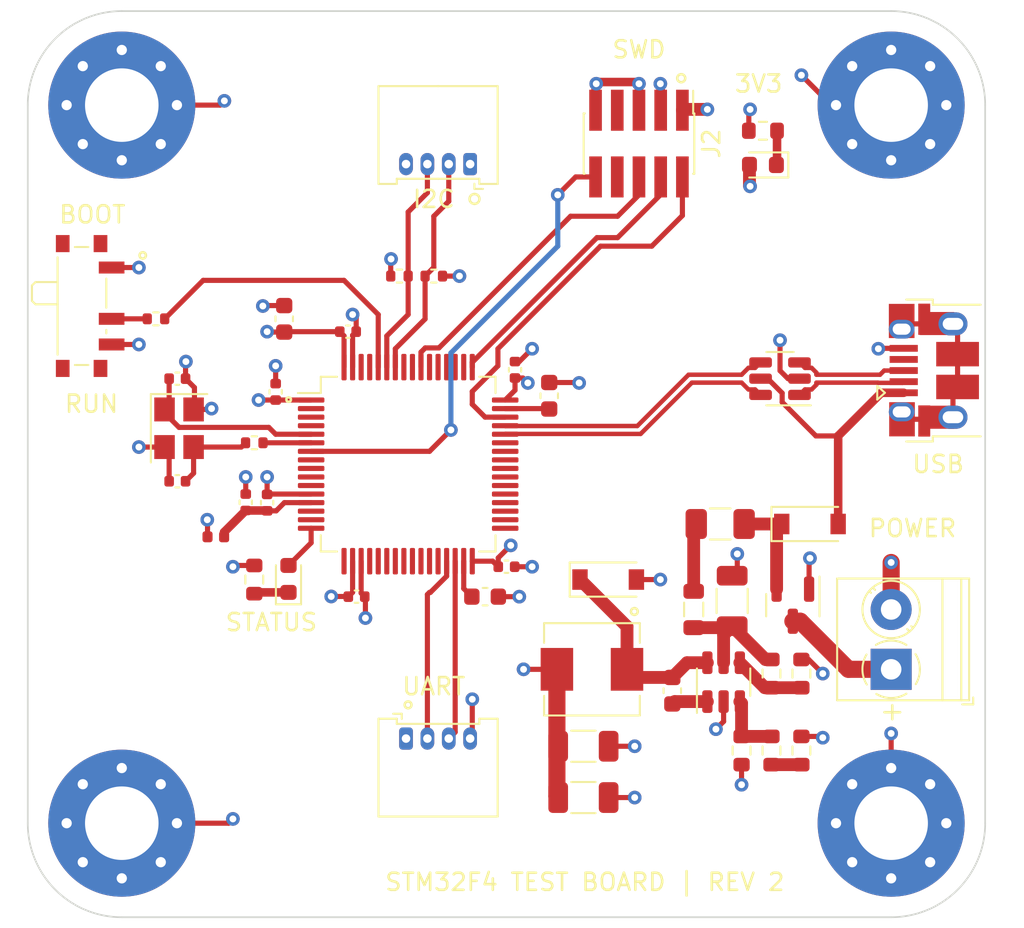
<source format=kicad_pcb>
(kicad_pcb (version 20211014) (generator pcbnew)
  (layers (0 "F.Cu" signal) (1 "In1.Cu" power) (2 "In2.Cu" power) (31 "B.Cu" signal) (34 "B.Paste" user) (35 "F.Paste" user) (36 "B.SilkS" user "B.Silkscreen") (37 "F.SilkS" user "F.Silkscreen") (38 "B.Mask" user) (39 "F.Mask" user) (44 "Edge.Cuts" user))
  (net 0 "")
  (net 1 "+12V")
  (net 2 "Net-(C16-Pad1)")
  (net 3 "Net-(D4-Pad1)")
  (net 4 "Net-(D3-Pad1)")
  (net 5 "Net-(R4-Pad2)")
  (net 6 "BUCK_FB")
  (net 7 "+3.3V")
  (net 8 "BUCK_EN")
  (net 9 "BUCK_IN")
  (net 10 "I2C1_SCL")
  (net 11 "I2C1_SDA")
  (net 12 "HSE_OUT")
  (net 13 "Net-(F1-Pad2)")
  (net 14 "BOOT0")
  (net 15 "Net-(R7-Pad2)")
  (net 16 "USB_CONN_D+")
  (net 17 "USB_D+")
  (net 18 "+5V")
  (net 19 "USB_D-")
  (net 20 "BUCK_BST")
  (net 21 "BUCK_SW")
  (net 25 "HSE_IN")
  (net 26 "NRST")
  (net 31 "+3.3VA")
  (net 34 "LED_STATUS")
  (net 45 "USART3_TX")
  (net 46 "USART3_RX")
  (net 47 "Net-(C13-Pad1)")
  (net 59 "SWDIO")
  (net 60 "Net-(C14-Pad1)")
  (net 61 "SWCLK")
  (net 67 "SWO")
  (net 73 "unconnected-(J5-Pad6)")
  (net 76 "GND")
  (net 77 "Net-(D1-Pad1)")
  (net 78 "USB_CONN_D-")
  (footprint "MountingHole:MountingHole_4.3mm_M4_Pad_Via" (layer "F.Cu") (at 115.25 104)
    (fp_text reference "H2")
    (fp_text value "MountingHole_Pad")
  )
  (footprint "Package_TO_SOT_SMD:SOT-23" (layer "F.Cu") (at 109.5 91.25 -90)
    (fp_text reference "Q1")
    (fp_text value "AO3401A")
  )
  (footprint "Diode_SMD:D_SOD-123" (layer "F.Cu") (at 98.7 89.75)
    (fp_text reference "D2")
    (fp_text value "B5819W")
  )
  (footprint "Resistor_SMD:R_0402_1005Metric" (layer "F.Cu") (at 78 81.75 180)
    (fp_text reference "R8")
    (fp_text value "47")
  )
  (footprint "Connector_Molex:Molex_PicoBlade_53048-0410_1x04_P1.25mm_Horizontal" (layer "F.Cu") (at 90.625 65.45 180)
    (fp_text reference "J3")
    (fp_text value "Conn_01x04")
  )
  (footprint "Connector_USB:USB_Micro-B_Amphenol_10103594-0001LF_Horizontal" (layer "F.Cu") (at 117.75 77.5 90)
    (fp_text reference "J5")
    (fp_text value "USB_B_Micro")
  )
  (footprint "Diode_SMD:D_0603_1608Metric" (layer "F.Cu") (at 107.75 65.5 180)
    (fp_text reference "D3")
    (fp_text value "RED")
  )
  (footprint "Capacitor_SMD:C_0402_1005Metric" (layer "F.Cu") (at 78.75 85.25 90)
    (fp_text reference "C12")
    (fp_text value "10n")
  )
  (footprint "Resistor_SMD:R_0603_1608Metric" (layer "F.Cu") (at 107.75 63.5 180)
    (fp_text reference "R6")
    (fp_text value "1k")
  )
  (footprint "Resistor_SMD:R_0603_1608Metric" (layer "F.Cu") (at 110 99.75 90)
    (fp_text reference "R5")
    (fp_text value "270")
  )
  (footprint "Resistor_SMD:R_0402_1005Metric" (layer "F.Cu") (at 72.25 74.5 180)
    (fp_text reference "R7")
    (fp_text value "10K")
  )
  (footprint "Resistor_SMD:R_0402_1005Metric" (layer "F.Cu") (at 86.49 72)
    (fp_text reference "R11")
    (fp_text value "2k2")
  )
  (footprint "Capacitor_SMD:C_0402_1005Metric" (layer "F.Cu") (at 92.75 89)
    (fp_text reference "C8")
    (fp_text value "100n")
  )
  (footprint "MountingHole:MountingHole_4.3mm_M4_Pad_Via" (layer "F.Cu") (at 70.25 62)
    (fp_text reference "H3")
    (fp_text value "MountingHole_Pad")
  )
  (footprint "Capacitor_SMD:C_0402_1005Metric" (layer "F.Cu") (at 83.48 75.25)
    (fp_text reference "C10")
    (fp_text value "100n")
  )
  (footprint "Diode_SMD:D_SOD-123" (layer "F.Cu") (at 110.5 86.5)
    (fp_text reference "D1")
    (fp_text value "B5819W")
  )
  (footprint "Package_TO_SOT_SMD:SOT-23-6" (layer "F.Cu") (at 108.75 78 180)
    (fp_text reference "U3")
    (fp_text value "USBLC6-2SC6")
  )
  (footprint "Button_Switch_SMD:SW_SPDT_PCM12" (layer "F.Cu") (at 68.225 73.75 -90)
    (fp_text reference "SW1")
    (fp_text value "SW_SPDT")
  )
  (footprint "Capacitor_SMD:C_0603_1608Metric" (layer "F.Cu") (at 79.75 74.5 90)
    (fp_text reference "C5")
    (fp_text value "4u7")
  )
  (footprint "Capacitor_SMD:C_0603_1608Metric" (layer "F.Cu") (at 91.5 90.75)
    (fp_text reference "C13")
    (fp_text value "2u2")
  )
  (footprint "Connector_Molex:Molex_PicoBlade_53048-0410_1x04_P1.25mm_Horizontal" (layer "F.Cu") (at 86.875 99.05)
    (fp_text reference "J4")
    (fp_text value "Conn_01x04")
  )
  (footprint "Fuse:Fuse_1206_3216Metric" (layer "F.Cu") (at 105.25 86.5 180)
    (fp_text reference "F1")
    (fp_text value "250Ma")
  )
  (footprint "Diode_SMD:D_0603_1608Metric" (layer "F.Cu") (at 80 89.7125 90)
    (fp_text reference "D4")
    (fp_text value "BLUE")
  )
  (footprint "Crystal:Crystal_SMD_3225-4Pin_3.2x2.5mm" (layer "F.Cu") (at 73.6 80.9 -90)
    (fp_text reference "Y1")
    (fp_text value "16Mhz")
  )
  (footprint "TerminalBlock_Phoenix:TerminalBlock_Phoenix_PT-1,5-2-3.5-H_1x02_P3.50mm_Horizontal" (layer "F.Cu") (at 115.25 95 90)
    (fp_text reference "J1")
    (fp_text value "Screw_Terminal_01x02")
  )
  (footprint "Capacitor_SMD:C_0402_1005Metric" (layer "F.Cu") (at 83.98 90.75 180)
    (fp_text reference "C7")
    (fp_text value "100n")
  )
  (footprint "Resistor_SMD:R_0603_1608Metric" (layer "F.Cu") (at 110 95.25 90)
    (fp_text reference "R2")
    (fp_text value "68k")
  )
  (footprint "Resistor_SMD:R_0402_1005Metric" (layer "F.Cu") (at 88.5 72 180)
    (fp_text reference "R10")
    (fp_text value "2k2")
  )
  (footprint "Capacitor_SMD:C_0603_1608Metric" (layer "F.Cu") (at 95.25 79 90)
    (fp_text reference "C14")
    (fp_text value "2u2")
  )
  (footprint "Inductor_SMD:L_Sunlord_MWSA0518_5.4x5.2mm" (layer "F.Cu") (at 97.75 95 180)
    (fp_text reference "L1")
    (fp_text value "10u")
  )
  (footprint "Capacitor_SMD:C_0402_1005Metric" (layer "F.Cu") (at 79.25 78.77 90)
    (fp_text reference "C6")
    (fp_text value "100n")
  )
  (footprint "Capacitor_SMD:C_0402_1005Metric" (layer "F.Cu") (at 73.5 78)
    (fp_text reference "C15")
    (fp_text value "12p")
  )
  (footprint "Inductor_SMD:L_0402_1005Metric" (layer "F.Cu") (at 75.75 87.25)
    (fp_text reference "L2")
    (fp_text value "39n")
  )
  (footprint "MountingHole:MountingHole_4.3mm_M4_Pad_Via" (layer "F.Cu") (at 115.25 62)
    (fp_text reference "H4")
    (fp_text value "MountingHole_Pad")
  )
  (footprint "Resistor_SMD:R_0603_1608Metric" (layer "F.Cu") (at 108.25 95.25 -90)
    (fp_text reference "R1")
    (fp_text value "100k")
  )
  (footprint "Capacitor_SMD:C_0402_1005Metric" (layer "F.Cu") (at 73.5 84 180)
    (fp_text reference "C16")
    (fp_text value "12p")
  )
  (footprint "Capacitor_SMD:C_1206_3216Metric" (layer "F.Cu") (at 97.25 99.5)
    (fp_text reference "C2")
    (fp_text value "10u")
  )
  (footprint "Inductor_SMD:L_0805_2012Metric" (layer "F.Cu") (at 103.7 91.5 -90)
    (fp_text reference "FB1")
    (fp_text value "600 @ 600 Mhz")
  )
  (footprint "Capacitor_SMD:C_1206_3216Metric" (layer "F.Cu") (at 105.95 91 90)
    (fp_text reference "C1")
    (fp_text value "10u")
  )
  (footprint "Capacitor_SMD:C_0603_1608Metric" (layer "F.Cu") (at 102.45 96.25 -90)
    (fp_text reference "C4")
    (fp_text value "10n")
  )
  (footprint "Capacitor_SMD:C_0402_1005Metric" (layer "F.Cu") (at 93.25 77.48 90)
    (fp_text reference "C9")
    (fp_text value "100n")
  )
  (footprint "Capacitor_SMD:C_1206_3216Metric" (layer "F.Cu") (at 97.25 102.5)
    (fp_text reference "C3")
    (fp_text value "10u")
  )
  (footprint "Package_QFP:LQFP-64_10x10mm_P0.5mm" (layer "F.Cu") (at 87 83)
    (fp_text reference "U2")
    (fp_text value "STM32F405RGTy")
  )
  (footprint "Capacitor_SMD:C_0402_1005Metric" (layer "F.Cu") (at 77.5 85.23 90)
    (fp_text reference "C11")
    (fp_text value "1u")
  )
  (footprint "Resistor_SMD:R_0603_1608Metric" (layer "F.Cu") (at 78 89.75 90)
    (fp_text reference "R9")
    (fp_text value "1k5")
  )
  (footprint "Package_TO_SOT_SMD:SOT-23-6" (layer "F.Cu") (at 105.45 95.75 90)
    (fp_text reference "U1")
    (fp_text value "MP2359DJ-LF-Z")
  )
  (footprint "MountingHole:MountingHole_4.3mm_M4_Pad_Via" (layer "F.Cu") (at 70.25 104)
    (fp_text reference "H1")
    (fp_text value "MountingHole_Pad")
  )
  (footprint "Resistor_SMD:R_0603_1608Metric" (layer "F.Cu") (at 108.25 99.75 -90)
    (fp_text reference "R4")
    (fp_text value "15k")
  )
  (footprint "Connector_PinHeader_1.27mm:PinHeader_2x05_P1.27mm_Vertical_SMD" (layer "F.Cu") (at 100.5 64.25 -90)
    (fp_text reference "J2")
    (fp_text value "SWD")
  )
  (footprint "Resistor_SMD:R_0603_1608Metric" (layer "F.Cu") (at 106.5 99.75 90)
    (fp_text reference "R3")
    (fp_text value "47k")
  )
  (gr_circle (center 102.9716 60.4266) (end 103.1494 60.2742) (layer "F.SilkS") (width 0.15) (fill none))
  (gr_circle (center 100.2284 91.6178) (end 100.3808 91.7448) (layer "F.SilkS") (width 0.15) (fill none))
  (gr_line (start 115.316 97.917) (end 115.316 97.1042) (layer "F.SilkS") (width 0.15))
  (gr_line (start 114.8588 97.5106) (end 115.7732 97.5106) (layer "F.SilkS") (width 0.15))
  (gr_circle (center 80.01 79.2226) (end 80.0608 79.1972) (layer "F.SilkS") (width 0.15) (fill none))
  (gr_circle (center 71.4756 70.7898) (end 71.4248 70.612) (layer "F.SilkS") (width 0.15) (fill none))
  (gr_circle (center 90.8812 67.4878) (end 90.805 67.2084) (layer "F.SilkS") (width 0.15) (fill none))
  (gr_circle (center 86.995 97.0788) (end 87.122 97.2312) (layer "F.SilkS") (width 0.15) (fill none))
  (gr_line (start 115.25 109.5) (end 70.25 109.5) (layer "Edge.Cuts") (width 0.1))
  (gr_arc (start 115.25 56.5) (mid 119.139087 58.110913) (end 120.75 62) (layer "Edge.Cuts") (width 0.1))
  (gr_arc (start 120.75 104) (mid 119.139087 107.889087) (end 115.25 109.5) (layer "Edge.Cuts") (width 0.1))
  (gr_line (start 120.75 62) (end 120.75 104) (layer "Edge.Cuts") (width 0.1))
  (gr_line (start 70.25 56.5) (end 115.25 56.5) (layer "Edge.Cuts") (width 0.1))
  (gr_line (start 64.75 104) (end 64.75 62) (layer "Edge.Cuts") (width 0.1))
  (gr_arc (start 70.25 109.5) (mid 66.360913 107.889087) (end 64.75 104) (layer "Edge.Cuts") (width 0.1))
  (gr_arc (start 64.75 62) (mid 66.360913 58.110913) (end 70.25 56.5) (layer "Edge.Cuts") (width 0.1))
  (gr_text "POWER" (at 116.5 86.75) (layer "F.SilkS") (effects (font (size 1 1))))
  (gr_text "I2C" (at 88.5 67.5) (layer "F.SilkS") (effects (font (size 1 1))))
  (gr_text "STM32F4 TEST BOARD | REV 2" (at 97.3328 107.442) (layer "F.SilkS") (effects (font (size 1 1))))
  (gr_text "USB" (at 118 83) (layer "F.SilkS") (effects (font (size 1 1))))
  (gr_text "3V3" (at 107.5 60.75) (layer "F.SilkS") (effects (font (size 1 1))))
  (gr_text "SWD" (at 100.5 58.75) (layer "F.SilkS") (effects (font (size 1 1))))
  (gr_text "BOOT" (at 68.5292 68.4022) (layer "F.SilkS") (effects (font (size 1 1))))
  (gr_text "RUN" (at 68.4784 79.4766) (layer "F.SilkS") (effects (font (size 1 1))))
  (gr_text "STATUS" (at 79 92.25) (layer "F.SilkS") (effects (font (size 1 1))))
  (gr_text "UART" (at 88.5 96) (layer "F.SilkS") (effects (font (size 1 1))))
  (segment (start 112.75 95) (end 115.25 95) (width 1) (layer "F.Cu") (net 1))
  (segment (start 109.5 92.1875) (end 109.9375 92.1875) (width 1) (layer "F.Cu") (net 1))
  (segment (start 109.9375 92.1875) (end 112.75 95) (width 1) (layer "F.Cu") (net 1))
  (segment (start 74.45 82) (end 77.24 82) (width 0.3) (layer "F.Cu") (net 2))
  (segment (start 74.45 83.53) (end 73.98 84) (width 0.3) (layer "F.Cu") (net 2))
  (segment (start 77.24 82) (end 77.49 81.75) (width 0.3) (layer "F.Cu") (net 2))
  (segment (start 74.45 82) (end 74.45 83.53) (width 0.3) (layer "F.Cu") (net 2))
  (segment (start 78.075 90.5) (end 78 90.575) (width 0.5) (layer "F.Cu") (net 3))
  (segment (start 80 90.5) (end 78.075 90.5) (width 0.5) (layer "F.Cu") (net 3))
  (segment (start 108.575 65.4625) (end 108.5375 65.5) (width 0.5) (layer "F.Cu") (net 4))
  (segment (start 108.575 63.5) (end 108.575 65.4625) (width 0.5) (layer "F.Cu") (net 4))
  (segment (start 110 100.575) (end 108.25 100.575) (width 0.75) (layer "F.Cu") (net 5))
  (segment (start 106.5 98.925) (end 106.5 96.9875) (width 0.75) (layer "F.Cu") (net 6))
  (segment (start 106.5 96.9875) (end 106.4 96.8875) (width 0.75) (layer "F.Cu") (net 6))
  (segment (start 108.25 98.925) (end 106.5 98.925) (width 0.75) (layer "F.Cu") (net 6))
  (segment (start 85.98 72) (end 85.98 71.02) (width 0.3) (layer "F.Cu") (net 7))
  (segment (start 103.09 62.25) (end 103.04 62.3) (width 0.75) (layer "F.Cu") (net 7))
  (segment (start 84.5 92) (end 84.5 90.79) (width 0.3) (layer "F.Cu") (net 7))
  (segment (start 91.945 88.675) (end 92.27 89) (width 0.3) (layer "F.Cu") (net 7))
  (segment (start 79.75 75.275) (end 78.775 75.275) (width 0.3) (layer "F.Cu") (net 7))
  (segment (start 93.25 77.96) (end 93.71 77.96) (width 0.3) (layer "F.Cu") (net 7))
  (segment (start 69.655 71.5) (end 71.25 71.5) (width 0.3) (layer "F.Cu") (net 7))
  (segment (start 75.265 87.25) (end 75.265 86.265) (width 0.3) (layer "F.Cu") (net 7))
  (segment (start 93.71 77.96) (end 94 78.25) (width 0.3) (layer "F.Cu") (net 7))
  (segment (start 85.98 71.02) (end 86 71) (width 0.3) (layer "F.Cu") (net 7))
  (segment (start 95.7 95) (end 95.7 102.425) (width 1) (layer "F.Cu") (net 7))
  (segment (start 83.25 75.5) (end 83 75.25) (width 0.3) (layer "F.Cu") (net 7))
  (segment (start 93.25 77.96) (end 93.25 78.675) (width 0.3) (layer "F.Cu") (net 7))
  (segment (start 93.25 78.675) (end 92.675 79.25) (width 0.3) (layer "F.Cu") (net 7))
  (segment (start 92.27 89) (end 92.27 88.48) (width 0.3) (layer "F.Cu") (net 7))
  (segment (start 84.25 88.675) (end 84.25 90.54) (width 0.3) (layer "F.Cu") (net 7))
  (segment (start 79.25 79.25) (end 78.25 79.25) (width 0.3) (layer "F.Cu") (net 7))
  (segment (start 84.5 90.79) (end 84.46 90.75) (width 0.3) (layer "F.Cu") (net 7))
  (segment (start 106.5 101.75) (end 106.5 100.575) (width 0.3) (layer "F.Cu") (net 7))
  (segment (start 92.27 88.48) (end 93 87.75) (width 0.3) (layer "F.Cu") (net 7))
  (segment (start 104.5 62.25) (end 103.09 62.25) (width 0.75) (layer "F.Cu") (net 7))
  (segment (start 83.25 77.325) (end 83.25 75.5) (width 0.3) (layer "F.Cu") (net 7))
  (segment (start 95.7 102.425) (end 95.775 102.5) (width 1) (layer "F.Cu") (net 7))
  (segment (start 83 75.25) (end 79.975 75.25) (width 0.3) (layer "F.Cu") (net 7))
  (segment (start 84.25 90.54) (end 84.46 90.75) (width 0.3) (layer "F.Cu") (net 7))
  (segment (start 90.75 88.675) (end 91.945 88.675) (width 0.3) (layer "F.Cu") (net 7))
  (segment (start 106.9625 66.7125) (end 107 66.75) (width 0.3) (layer "F.Cu") (net 7))
  (segment (start 106.9625 65.5) (end 106.9625 66.7125) (width 0.75) (layer "F.Cu") (net 7))
  (segment (start 75.265 86.265) (end 75.25 86.25) (width 0.3) (layer "F.Cu") (net 7))
  (segment (start 93.75 95) (end 95.7 95) (width 0.3) (layer "F.Cu") (net 7))
  (segment (start 78.775 75.275) (end 78.75 75.25) (width 0.3) (layer "F.Cu") (net 7))
  (segment (start 81.325 79.25) (end 79.25 79.25) (width 0.3) (layer "F.Cu") (net 7))
  (segment (start 89.01 72) (end 90 72) (width 0.3) (layer "F.Cu") (net 7))
  (via (at 84.5 92) (size 0.8) (drill 0.4) (layers "F.Cu" "B.Cu") (net 7))
  (via (at 86 71) (size 0.8) (drill 0.4) (layers "F.Cu" "B.Cu") (net 7))
  (via (at 75.25 86.25) (size 0.8) (drill 0.4) (layers "F.Cu" "B.Cu") (net 7))
  (via (at 78.75 75.25) (size 0.8) (drill 0.4) (layers "F.Cu" "B.Cu") (net 7))
  (via (at 94 78.25) (size 0.8) (drill 0.4) (layers "F.Cu" "B.Cu") (net 7))
  (via (at 78.25 79.25) (size 0.8) (drill 0.4) (layers "F.Cu" "B.Cu") (net 7))
  (via (at 93 87.75) (size 0.8) (drill 0.4) (layers "F.Cu" "B.Cu") (net 7))
  (via (at 71.25 71.5) (size 0.8) (drill 0.4) (layers "F.Cu" "B.Cu") (net 7))
  (via (at 93.75 95) (size 0.8) (drill 0.4) (layers "F.Cu" "B.Cu") (net 7))
  (via (at 106.5 101.75) (size 0.8) (drill 0.4) (layers "F.Cu" "B.Cu") (net 7))
  (via (at 90 72) (size 0.8) (drill 0.4) (layers "F.Cu" "B.Cu") (net 7))
  (via (at 107 66.75) (size 0.8) (drill 0.4) (layers "F.Cu" "B.Cu") (net 7))
  (via (at 104.5 62.25) (size 0.8) (drill 0.4) (layers "F.Cu" "B.Cu") (net 7))
  (segment (start 110 96.075) (end 108.25 96.075) (width 0.75) (layer "F.Cu") (net 8))
  (segment (start 107.8625 96.075) (end 108.25 96.075) (width 0.75) (layer "F.Cu") (net 8))
  (segment (start 106.4 94.6125) (end 107.8625 96.075) (width 0.75) (layer "F.Cu") (net 8))
  (segment (start 105.95 92.475) (end 105.45 92.975) (width 0.75) (layer "F.Cu") (net 9))
  (segment (start 108.25 94.425) (end 107.9 94.425) (width 0.75) (layer "F.Cu") (net 9))
  (segment (start 107.9 94.425) (end 105.95 92.475) (width 0.75) (layer "F.Cu") (net 9))
  (segment (start 103.7 92.5625) (end 105.8625 92.5625) (width 0.75) (layer "F.Cu") (net 9))
  (segment (start 105.45 92.975) (end 105.45 94.6125) (width 0.75) (layer "F.Cu") (net 9))
  (segment (start 105.8625 92.5625) (end 105.95 92.475) (width 0.75) (layer "F.Cu") (net 9))
  (segment (start 87.99 74.51) (end 87.99 72) (width 0.3) (layer "F.Cu") (net 10))
  (segment (start 88.5 71.49) (end 88.5 68.5) (width 0.3) (layer "F.Cu") (net 10))
  (segment (start 87.99 72) (end 88.5 71.49) (width 0.3) (layer "F.Cu") (net 10))
  (segment (start 88.5 68.5) (end 89.375 67.625) (width 0.3) (layer "F.Cu") (net 10))
  (segment (start 86.25 76.25) (end 87.99 74.51) (width 0.3) (layer "F.Cu") (net 10))
  (segment (start 89.375 67.625) (end 89.375 65.45) (width 0.3) (layer "F.Cu") (net 10))
  (segment (start 86.25 77.325) (end 86.25 76.25) (width 0.3) (layer "F.Cu") (net 10))
  (segment (start 87 74.25) (end 87 72) (width 0.3) (layer "F.Cu") (net 11))
  (segment (start 85.75 77.325) (end 85.75 75.5) (width 0.3) (layer "F.Cu") (net 11))
  (segment (start 85.75 75.5) (end 87 74.25) (width 0.3) (layer "F.Cu") (net 11))
  (segment (start 87 72) (end 87 68.25) (width 0.3) (layer "F.Cu") (net 11))
  (segment (start 88.125 67.125) (end 88.125 65.45) (width 0.3) (layer "F.Cu") (net 11))
  (segment (start 87 68.25) (end 88.125 67.125) (width 0.3) (layer "F.Cu") (net 11))
  (segment (start 81.325 81.75) (end 78.51 81.75) (width 0.3) (layer "F.Cu") (net 12))
  (segment (start 103.7 90.4375) (end 103.7 86.65) (width 0.75) (layer "F.Cu") (net 13))
  (segment (start 103.7 86.65) (end 103.85 86.5) (width 0.75) (layer "F.Cu") (net 13))
  (segment (start 85.25 74.25) (end 83.25 72.25) (width 0.3) (layer "F.Cu") (net 14))
  (segment (start 75.01 72.25) (end 72.76 74.5) (width 0.3) (layer "F.Cu") (net 14))
  (segment (start 85.25 77.325) (end 85.25 74.25) (width 0.3) (layer "F.Cu") (net 14))
  (segment (start 83.25 72.25) (end 75.01 72.25) (width 0.3) (layer "F.Cu") (net 14))
  (segment (start 69.655 74.5) (end 71.74 74.5) (width 0.3) (layer "F.Cu") (net 15))
  (segment (start 114.598548 77.768225) (end 114.841773 77.525) (width 0.26035) (layer "F.Cu") (net 16))
  (segment (start 110.880175 77.768225) (end 114.598548 77.768225) (width 0.26035) (layer "F.Cu") (net 16))
  (segment (start 109.8875 77.05) (end 110.207325 77.369825) (width 0.26035) (layer "F.Cu") (net 16))
  (segment (start 110.207325 77.369825) (end 110.598895 77.369825) (width 0.26035) (layer "F.Cu") (net 16))
  (segment (start 114.841773 77.525) (end 115.985 77.525) (width 0.26035) (layer "F.Cu") (net 16))
  (segment (start 110.598895 77.369825) (end 110.880175 77.651105) (width 0.26035) (layer "F.Cu") (net 16))
  (segment (start 110.880175 77.651105) (end 110.880175 77.768225) (width 0.26035) (layer "F.Cu") (net 16))
  (segment (start 107.292675 77.369825) (end 106.901105 77.369825) (width 0.26035) (layer "F.Cu") (net 17))
  (segment (start 107.6125 77.05) (end 107.292675 77.369825) (width 0.26035) (layer "F.Cu") (net 17))
  (segment (start 92.693225 80.768225) (end 92.675 80.75) (width 0.26035) (layer "F.Cu") (net 17))
  (segment (start 100.403995 80.768225) (end 92.693225 80.768225) (width 0.26035) (layer "F.Cu") (net 17))
  (segment (start 103.403995 77.768225) (end 100.403995 80.768225) (width 0.26035) (layer "F.Cu") (net 17))
  (segment (start 106.502705 77.768225) (end 103.403995 77.768225) (width 0.26035) (layer "F.Cu") (net 17))
  (segment (start 106.901105 77.369825) (end 106.502705 77.768225) (width 0.26035) (layer "F.Cu") (net 17))
  (segment (start 108.032107 78) (end 108.875 78.842893) (width 0.3) (layer "F.Cu") (net 18))
  (segment (start 112.15 81.35) (end 112.15 86.5) (width 0.5) (layer "F.Cu") (net 18))
  (segment (start 107.6125 78) (end 108.032107 78) (width 0.3) (layer "F.Cu") (net 18))
  (segment (start 108.875 78.842893) (end 108.875 79.375) (width 0.3) (layer "F.Cu") (net 18))
  (segment (start 115.985 78.825) (end 114.675 78.825) (width 0.5) (layer "F.Cu") (net 18))
  (segment (start 108.875 79.375) (end 110.85 81.35) (width 0.3) (layer "F.Cu") (net 18))
  (segment (start 110.85 81.35) (end 112.15 81.35) (width 0.3) (layer "F.Cu") (net 18))
  (segment (start 114.675 78.825) (end 112.15 81.35) (width 0.5) (layer "F.Cu") (net 18))
  (segment (start 92.693225 81.231775) (end 92.675 81.25) (width 0.26035) (layer "F.Cu") (net 19))
  (segment (start 107.292675 78.630175) (end 106.901105 78.630175) (width 0.26035) (layer "F.Cu") (net 19))
  (segment (start 106.502705 78.231775) (end 103.596005 78.231775) (width 0.26035) (layer "F.Cu") (net 19))
  (segment (start 107.6125 78.95) (end 107.292675 78.630175) (width 0.26035) (layer "F.Cu") (net 19))
  (segment (start 100.596005 81.231775) (end 92.693225 81.231775) (width 0.26035) (layer "F.Cu") (net 19))
  (segment (start 106.901105 78.630175) (end 106.502705 78.231775) (width 0.26035) (layer "F.Cu") (net 19))
  (segment (start 103.596005 78.231775) (end 100.596005 81.231775) (width 0.26035) (layer "F.Cu") (net 19))
  (segment (start 104.5 96.8875) (end 102.5875 96.8875) (width 0.75) (layer "F.Cu") (net 20))
  (segment (start 102.5875 96.8875) (end 102.45 97.025) (width 0.75) (layer "F.Cu") (net 20))
  (segment (start 100.275 95.475) (end 99.8 95) (width 0.75) (layer "F.Cu") (net 21))
  (segment (start 102.45 95.475) (end 100.275 95.475) (width 0.75) (layer "F.Cu") (net 21))
  (segment (start 103.3125 94.6125) (end 102.45 95.475) (width 0.75) (layer "F.Cu") (net 21))
  (segment (start 99.8 95) (end 99.8 92.5) (width 0.75) (layer "F.Cu") (net 21))
  (segment (start 104.5 94.6125) (end 103.3125 94.6125) (width 0.75) (layer "F.Cu") (net 21))
  (segment (start 99.8 92.5) (end 97.05 89.75) (width 0.75) (layer "F.Cu") (net 21))
  (segment (start 79.25 81.25) (end 78.85 80.85) (width 0.3) (layer "F.Cu") (net 25))
  (segment (start 81.325 81.25) (end 79.25 81.25) (width 0.3) (layer "F.Cu") (net 25))
  (segment (start 73.02 78) (end 73.02 79.53) (width 0.3) (layer "F.Cu") (net 25))
  (segment (start 72.75 80) (end 72.75 79.8) (width 0.3) (layer "F.Cu") (net 25))
  (segment (start 73.6 80.85) (end 72.75 80) (width 0.3) (layer "F.Cu") (net 25))
  (segment (start 78.85 80.85) (end 73.6 80.85) (width 0.3) (layer "F.Cu") (net 25))
  (segment (start 73.02 79.53) (end 72.75 79.8) (width 0.3) (layer "F.Cu") (net 25))
  (segment (start 88.25 82.25) (end 89.25 81.25) (width 0.3) (layer "F.Cu") (net 26))
  (segment (start 89.25 81.25) (end 89.5 81) (width 0.3) (layer "F.Cu") (net 26))
  (segment (start 98 66.09) (end 97.96 66.05) (width 0.3) (layer "F.Cu") (net 26))
  (segment (start 81.325 82.25) (end 88.25 82.25) (width 0.3) (layer "F.Cu") (net 26))
  (segment (start 96.8 66.2) (end 97.96 66.2) (width 0.3) (layer "F.Cu") (net 26))
  (segment (start 95.75 67.25) (end 96.8 66.2) (width 0.3) (layer "F.Cu") (net 26))
  (via (at 95.75 67.25) (size 0.8) (drill 0.4) (layers "F.Cu" "B.Cu") (net 26))
  (via (at 89.5 81) (size 0.8) (drill 0.4) (layers "F.Cu" "B.Cu") (net 26))
  (segment (start 95.75 67.25) (end 95.75 70.25) (width 0.3) (layer "B.Cu") (net 26))
  (segment (start 89.5 76.5) (end 89.5 81) (width 0.3) (layer "B.Cu") (net 26))
  (segment (start 95.75 70.25) (end 89.5 76.5) (width 0.3) (layer "B.Cu") (net 26))
  (segment (start 79.281483 85.73) (end 78.75 85.73) (width 0.3) (layer "F.Cu") (net 31))
  (segment (start 76.235 87.25) (end 76.235 86.975) (width 0.5) (layer "F.Cu") (net 31))
  (segment (start 78.73 85.71) (end 78.75 85.73) (width 0.5) (layer "F.Cu") (net 31))
  (segment (start 76.235 86.975) (end 77.5 85.71) (width 0.5) (layer "F.Cu") (net 31))
  (segment (start 77.5 85.71) (end 78.73 85.71) (width 0.5) (layer "F.Cu") (net 31))
  (segment (start 81.325 85.25) (end 79.761483 85.25) (width 0.3) (layer "F.Cu") (net 31))
  (segment (start 79.761483 85.25) (end 79.281483 85.73) (width 0.3) (layer "F.Cu") (net 31))
  (segment (start 81.325 86.75) (end 81.325 87.6) (width 0.3) (layer "F.Cu") (net 34))
  (segment (start 81.325 87.6) (end 80 88.925) (width 0.3) (layer "F.Cu") (net 34))
  (segment (start 89.25 89.551041) (end 88.301041 90.5) (width 0.3) (layer "F.Cu") (net 45))
  (segment (start 88.125 90.625) (end 88.125 99.05) (width 0.3) (layer "F.Cu") (net 45))
  (segment (start 88.301041 90.5) (end 88.25 90.5) (width 0.3) (layer "F.Cu") (net 45))
  (segment (start 88.25 90.5) (end 88.125 90.625) (width 0.3) (layer "F.Cu") (net 45))
  (segment (start 89.25 88.675) (end 89.25 89.551041) (width 0.3) (layer "F.Cu") (net 45))
  (segment (start 89.75 98.675) (end 89.375 99.05) (width 0.3) (layer "F.Cu") (net 46))
  (segment (start 89.75 88.675) (end 89.75 98.675) (width 0.3) (layer "F.Cu") (net 46))
  (segment (start 90.25 90.275) (end 90.725 90.75) (width 0.3) (layer "F.Cu") (net 47))
  (segment (start 90.25 88.675) (end 90.25 90.275) (width 0.3) (layer "F.Cu") (net 47))
  (segment (start 98.25 70.25) (end 101.25 70.25) (width 0.3) (layer "F.Cu") (net 59))
  (segment (start 103.04 68.46) (end 103.04 66.2) (width 0.3) (layer "F.Cu") (net 59))
  (segment (start 92.675 80.25) (end 91.5 80.25) (width 0.3) (layer "F.Cu") (net 59))
  (segment (start 92.25 77.25) (end 92.25 76.25) (width 0.3) (layer "F.Cu") (net 59))
  (segment (start 90.75 79.5) (end 90.75 78.75) (width 0.3) (layer "F.Cu") (net 59))
  (segment (start 92.25 76.25) (end 98.25 70.25) (width 0.3) (layer "F.Cu") (net 59))
  (segment (start 101.25 70.25) (end 103.04 68.46) (width 0.3) (layer "F.Cu") (net 59))
  (segment (start 91.5 80.25) (end 90.75 79.5) (width 0.3) (layer "F.Cu") (net 59))
  (segment (start 90.75 78.75) (end 92.25 77.25) (width 0.3) (layer "F.Cu") (net 59))
  (segment (start 95.225 79.75) (end 95.25 79.775) (width 0.3) (layer "F.Cu") (net 60))
  (segment (start 92.675 79.75) (end 95.225 79.75) (width 0.3) (layer "F.Cu") (net 60))
  (segment (start 90.75 77.042894) (end 98.042894 69.75) (width 0.3) (layer "F.Cu") (net 61))
  (segment (start 98.042894 69.75) (end 99.25 69.75) (width 0.3) (layer "F.Cu") (net 61))
  (segment (start 101.77 67.23) (end 101.77 66.2) (width 0.3) (layer "F.Cu") (net 61))
  (segment (start 90.75 77.325) (end 90.75 77.042894) (width 0.3) (layer "F.Cu") (net 61))
  (segment (start 99.25 69.75) (end 101.77 67.23) (width 0.3) (layer "F.Cu") (net 61))
  (segment (start 96.5 68.5) (end 99.25 68.5) (width 0.3) (layer "F.Cu") (net 67))
  (segment (start 100.5 67.25) (end 100.5 66.2) (width 0.3) (layer "F.Cu") (net 67))
  (segment (start 88.8 76.2) (end 96.5 68.5) (width 0.3) (layer "F.Cu") (net 67))
  (segment (start 87.75 76.448959) (end 87.998959 76.2) (width 0.3) (layer "F.Cu") (net 67))
  (segment (start 99.25 68.5) (end 100.5 67.25) (width 0.3) (layer "F.Cu") (net 67))
  (segment (start 87.75 77.325) (end 87.75 76.448959) (width 0.3) (layer "F.Cu") (net 67))
  (segment (start 87.998959 76.2) (end 88.8 76.2) (width 0.3) (layer "F.Cu") (net 67))
  (segment (start 115.885 80.375) (end 118.745 80.375) (width 0.3) (layer "F.Cu") (net 73))
  (segment (start 118.865 78.755) (end 119.135 78.485) (width 0.3) (layer "F.Cu") (net 73))
  (segment (start 116.175 74.795) (end 115.865 75.105) (width 0.3) (layer "F.Cu") (net 73))
  (segment (start 119.135 76.565) (end 119.135 75.065) (width 0.3) (layer "F.Cu") (net 73))
  (segment (start 119.135 76.565) (end 119.135 78.485) (width 0.3) (layer "F.Cu") (net 73))
  (segment (start 119.135 75.065) (end 118.865 74.795) (width 0.3) (layer "F.Cu") (net 73))
  (segment (start 118.865 74.795) (end 116.175 74.795) (width 0.3) (layer "F.Cu") (net 73))
  (segment (start 118.745 80.375) (end 118.865 80.255) (width 0.3) (layer "F.Cu") (net 73))
  (segment (start 118.865 80.255) (end 118.865 78.755) (width 0.3) (layer "F.Cu") (net 73))
  (segment (start 114.525 76.225) (end 114.5 76.25) (width 0.3) (layer "F.Cu") (net 76))
  (segment (start 106.925 62.325) (end 107 62.25) (width 0.3) (layer "F.Cu") (net 76))
  (segment (start 93.25 77) (end 93.5 77) (width 0.3) (layer "F.Cu") (net 76))
  (segment (start 97.96 60.79) (end 98 60.75) (width 0.5) (layer "F.Cu") (net 76))
  (segment (start 95.25 78.225) (end 96.975 78.225) (width 0.3) (layer "F.Cu") (net 76))
  (segment (start 83.489668 90.739668) (end 83.5 90.75) (width 0.3) (layer "F.Cu") (net 76))
  (segment (start 90.75 98.925) (end 90.625 99.05) (width 0.3) (layer "F.Cu") (net 76))
  (segment (start 96.975 78.225) (end 97 78.25) (width 0.3) (layer "F.Cu") (net 76))
  (segment (start 78.525 73.725) (end 78.5 73.75) (width 0.3) (layer "F.Cu") (net 76))
  (segment (start 109.217893 78) (end 108.75 77.532107) (width 0.3) (layer "F.Cu") (net 76))
  (segment (start 98.1 60.65) (end 100.4 60.65) (width 0.5) (layer "F.Cu") (net 76))
  (segment (start 101.75 89.75) (end 100.35 89.75) (width 0.3) (layer "F.Cu") (net 76))
  (segment (start 93.5 77) (end 94.25 76.25) (width 0.3) (layer "F.Cu") (net 76))
  (segment (start 110 94.425) (end 110.425 94.425) (width 0.3) (layer "F.Cu") (net 76))
  (segment (start 82.499478 90.739668) (end 83.489668 90.739668) (width 0.3) (layer "F.Cu") (net 76))
  (segment (start 83.96 75.25) (end 83.96 74.46) (width 0.3) (layer "F.Cu") (net 76))
  (segment (start 111.75 62) (end 110 60.25) (width 0.3) (layer "F.Cu") (net 76))
  (segment (start 92.275 90.75) (end 93.5 90.75) (width 0.3) (layer "F.Cu") (net 76))
  (segment (start 93.23 89) (end 94.25 89) (width 0.3) (layer "F.Cu") (net 76))
  (segment (start 73.98 78) (end 73.98 77.02) (width 0.3) (layer "F.Cu") (net 76))
  (segment (start 100.5 62.3) (end 100.5 60.75) (width 0.5) (layer "F.Cu") (net 76))
  (segment (start 78 88.925) (end 76.825 88.925) (width 0.3) (layer "F.Cu") (net 76))
  (segment (start 81.325 84.75) (end 78.77 84.75) (width 0.3) (layer "F.Cu") (net 76))
  (segment (start 97.96 62.45) (end 97.96 60.79) (width 0.3) (layer "F.Cu") (net 76))
  (segment (start 109.8875 78) (end 109.217893 78) (width 0.3) (layer "F.Cu") (net 76))
  (segment (start 70.25 104) (end 76.5 104) (width 0.3) (layer "F.Cu") (net 76))
  (segment (start 73.98 77.02) (end 74 77) (width 0.3) (layer "F.Cu") (net 76))
  (segment (start 97.96 62.3) (end 97.96 60.79) (width 0.5) (layer "F.Cu") (net 76))
  (segment (start 73.02 82.27) (end 72.75 82) (width 0.3) (layer "F.Cu") (net 76))
  (segment (start 98.725 99.5) (end 100.25 99.5) (width 0.3) (layer "F.Cu") (net 76))
  (segment (start 98 60.75) (end 98.1 60.65) (width 0.5) (layer "F.Cu") (net 76))
  (segment (start 73.98 78) (end 74.5 78.52) (width 0.3) (layer "F.Cu") (net 76))
  (segment (start 115.25 91.5) (end 115.25 88.75) (width 1) (layer "F.Cu") (net 76))
  (segment (start 79.25 77.25) (end 79.25 78.29) (width 0.3) (layer "F.Cu") (net 76))
  (segment (start 76 62) (end 76.25 61.75) (width 0.3) (layer "F.Cu") (net 76))
  (segment (start 112.025 62) (end 111.75 62) (width 0.3) (layer "F.Cu") (net 76))
  (segment (start 101.77 60.77) (end 101.75 60.75) (width 0.5) (layer "F.Cu") (net 76))
  (segment (start 110.45 88.55) (end 110.5 88.5) (width 0.3) (layer "F.Cu") (net 76))
  (segment (start 101.77 62.3) (end 101.77 60.77) (width 0.5) (layer "F.Cu") (net 76))
  (segment (start 100.5 62.45) (end 100.5 60.75) (width 0.3) (layer "F.Cu") (net 76))
  (segment (start 78.77 84.75) (end 78.75 84.77) (width 0.3) (layer "F.Cu") (net 76))
  (segment (start 83.75 90.5) (end 83.5 90.75) (width 0.3) (layer "F.Cu") (net 76))
  (segment (start 110.425 94.425) (end 111.25 95.25) (width 0.3) (layer "F.Cu") (net 76))
  (segment (start 83.75 88.675) (end 83.75 90.5) (width 0.3) (layer "F.Cu") (net 76))
  (segment (start 76.5 104) (end 76.75 103.75) (width 0.3) (layer "F.Cu") (net 76))
  (segment (start 105 98.5) (end 105.45 98.05) (width 0.3) (layer "F.Cu") (net 76))
  (segment (start 71.25 76) (end 69.655 76) (width 0.3) (layer "F.Cu") (net 76))
  (segment (start 115.25 104) (end 115.25 98.75) (width 0.3) (layer "F.Cu") (net 76))
  (segment (start 110.45 90.3125) (end 110.45 88.55) (width 0.3) (layer "F.Cu") (net 76))
  (segment (start 79.75 73.725) (end 78.525 73.725) (width 0.3) (layer "F.Cu") (net 76))
  (segment (start 98.725 102.5) (end 100.25 102.5) (width 0.3) (layer "F.Cu") (net 76))
  (segment (start 74.5 79.75) (end 74.45 79.8) (width 0.3) (layer "F.Cu") (net 76))
  (segment (start 73.02 84) (end 73.02 82.27) (width 0.3) (layer "F.Cu") (net 76))
  (segment (start 70.25 62) (end 76 62) (width 0.3) (layer "F.Cu") (net 76))
  (segment (start 111.175 98.925) (end 111.25 99) (width 0.3) (layer "F.Cu") (net 76))
  (segment (start 106.25 89.225) (end 105.95 89.525) (width 0.3) (layer "F.Cu") (net 76))
  (segment (start 108.75 77.532107) (end 108.75 75.75) (width 0.3) (layer "F.Cu") (net 76))
  (segment (start 77.5 84.75) (end 77.5 83.75) (width 0.3) (layer "F.Cu") (net 76))
  (segment (start 100.4 60.65) (end 100.5 60.75) (width 0.5) (layer "F.Cu") (net 76))
  (segment (start 83.96 74.46) (end 83.75 74.25) (width 0.3) (layer "F.Cu") (net 76))
  (segment (start 90.75 96.75) (end 90.75 98.925) (width 0.3) (layer "F.Cu") (net 76))
  (segment (start 78.75 84.77) (end 78.75 83.75) (width 0.3) (layer "F.Cu") (net 76))
  (segment (start 74.45 79.8) (end 75.45 79.8) (width 0.3) (layer "F.Cu") (net 76))
  (segment (start 115.985 76.225) (end 114.525 76.225) (width 0.3) (layer "F.Cu") (net 76))
  (segment (start 75.45 79.8) (end 75.5 79.75) (width 0.3) (layer "F.Cu") (net 76))
  (segment (start 106.25 88.25) (end 106.25 89.225) (width 0.3) (layer "F.Cu") (net 76))
  (segment (start 83.75 75.46) (end 83.96 75.25) (width 0.3) (layer "F.Cu") (net 76))
  (segment (start 83.75 77.325) (end 83.75 75.46) (width 0.3) (layer "F.Cu") (net 76))
  (segment (start 105.45 98.05) (end 105.45 96.8875) (width 0.3) (layer "F.Cu") (net 76))
  (segment (start 72.75 82) (end 71.25 82) (width 0.3) (layer "F.Cu") (net 76))
  (segment (start 76.825 88.925) (end 76.75 89) (width 0.3) (layer "F.Cu") (net 76))
  (segment (start 110 98.925) (end 111.175 98.925) (width 0.3) (layer "F.Cu") (net 76))
  (segment (start 106.925 63.5) (end 106.925 62.325) (width 0.3) (layer "F.Cu") (net 76))
  (segment (start 74.5 78.52) (end 74.5 79.75) (width 0.3) (layer "F.Cu") (net 76))
  (via (at 111.25 99) (size 0.8) (drill 0.4) (layers "F.Cu" "B.Cu") (net 76))
  (via (at 71.25 76) (size 0.8) (drill 0.4) (layers "F.Cu" "B.Cu") (net 76))
  (via (at 75.5 79.75) (size 0.8) (drill 0.4) (layers "F.Cu" "B.Cu") (net 76))
  (via (at 76.75 103.75) (size 0.8) (drill 0.4) (layers "F.Cu" "B.Cu") (net 76))
  (via (at 111.25 95.25) (size 0.8) (drill 0.4) (layers "F.Cu" "B.Cu") (net 76))
  (via (at 106.25 88.25) (size 0.8) (drill 0.4) (layers "F.Cu" "B.Cu") (net 76))
  (via (at 110.5 88.5) (size 0.8) (drill 0.4) (layers "F.Cu" "B.Cu") (net 76))
  (via (at 97 78.25) (size 0.8) (drill 0.4) (layers "F.Cu" "B.Cu") (net 76))
  (via (at 78.75 83.75) (size 0.8) (drill 0.4) (layers "F.Cu" "B.Cu") (net 76))
  (via (at 94.25 89) (size 0.8) (drill 0.4) (layers "F.Cu" "B.Cu") (net 76))
  (via (at 108.75 75.75) (size 0.8) (drill 0.4) (layers "F.Cu" "B.Cu") (net 76))
  (via (at 74 77) (size 0.8) (drill 0.4) (layers "F.Cu" "B.Cu") (net 76))
  (via (at 100.5 60.75) (size 0.8) (drill 0.4) (layers "F.Cu" "B.Cu") (net 76))
  (via (at 90.75 96.75) (size 0.8) (drill 0.4) (layers "F.Cu" "B.Cu") (net 76))
  (via (at 76.25 61.75) (size 0.8) (drill 0.4) (layers "F.Cu" "B.Cu") (net 76))
  (via (at 77.5 83.75) (size 0.8) (drill 0.4) (layers "F.Cu" "B.Cu") (net 76))
  (via (at 83.75 74.25) (size 0.8) (drill 0.4) (layers "F.Cu" "B.Cu") (net 76))
  (via (at 101.75 89.75) (size 0.8) (drill 0.4) (layers "F.Cu" "B.Cu") (net 76))
  (via (at 100.25 102.5) (size 0.8) (drill 0.4) (layers "F.Cu" "B.Cu") (net 76))
  (via (at 115.25 88.75) (size 0.8) (drill 0.4) (layers "F.Cu" "B.Cu") (net 76))
  (via (at 98 60.75) (size 0.8) (drill 0.4) (layers "F.Cu" "B.Cu") (net 76))
  (via (at 82.499478 90.739668) (size 0.8) (drill 0.4) (layers "F.Cu" "B.Cu") (net 76))
  (via (at 100.25 99.5) (size 0.8) (drill 0.4) (layers "F.Cu" "B.Cu") (net 76))
  (via (at 78.5 73.75) (size 0.8) (drill 0.4) (layers "F.Cu" "B.Cu") (net 76))
  (via (at 114.5 76.25) (size 0.8) (drill 0.4) (layers "F.Cu" "B.Cu") (net 76))
  (via (at 101.75 60.75) (size 0.8) (drill 0.4) (layers "F.Cu" "B.Cu") (net 76))
  (via (at 115.25 98.75) (size 0.8) (drill 0.4) (layers "F.Cu" "B.Cu") (net 76))
  (via (at 105 98.5) (size 0.8) (drill 0.4) (layers "F.Cu" "B.Cu") (net 76))
  (via (at 79.25 77.25) (size 0.8) (drill 0.4) (layers "F.Cu" "B.Cu") (net 76))
  (via (at 94.25 76.25) (size 0.8) (drill 0.4) (layers "F.Cu" "B.Cu") (net 76))
  (via (at 71.25 82) (size 0.8) (drill 0.4) (layers "F.Cu" "B.Cu") (net 76))
  (via (at 110 60.25) (size 0.8) (drill 0.4) (layers "F.Cu" "B.Cu") (net 76))
  (via (at 93.5 90.75) (size 0.8) (drill 0.4) (layers "F.Cu" "B.Cu") (net 76))
  (via (at 107 62.25) (size 0.8) (drill 0.4) (layers "F.Cu" "B.Cu") (net 76))
  (via (at 76.75 89) (size 0.8) (drill 0.4) (layers "F.Cu" "B.Cu") (net 76))
  (segment (start 108.55 90.3125) (end 108.55 86.8) (width 0.75) (layer "F.Cu") (net 77))
  (segment (start 106.65 86.5) (end 108.85 86.5) (width 0.75) (layer "F.Cu") (net 77))
  (segment (start 108.55 86.8) (end 108.85 86.5) (width 0.75) (layer "F.Cu") (net 77))
  (segment (start 115.915175 78.244825) (end 115.985 78.175) (width 0.26035) (layer "F.Cu") (net 78))
  (segment (start 110.598895 78.630175) (end 110.880175 78.348895) (width 0.26035) (layer "F.Cu") (net 78))
  (segment (start 114.494825 78.244825) (end 115.915175 78.244825) (width 0.26035) (layer "F.Cu") (net 78))
  (segment (start 109.8875 78.95) (end 110.207325 78.630175) (width 0.26035) (layer "F.Cu") (net 78))
  (segment (start 110.207325 78.630175) (end 110.598895 78.630175) (width 0.26035) (layer "F.Cu") (net 78))
  (segment (start 110.880175 78.348895) (end 110.880175 78.231775) (width 0.26035) (layer "F.Cu") (net 78))
  (segment (start 110.880175 78.231775) (end 114.481775 78.231775) (width 0.26035) (layer "F.Cu") (net 78))
  (segment (start 114.481775 78.231775) (end 114.494825 78.244825) (width 0.26035) (layer "F.Cu") (net 78))
)
</source>
